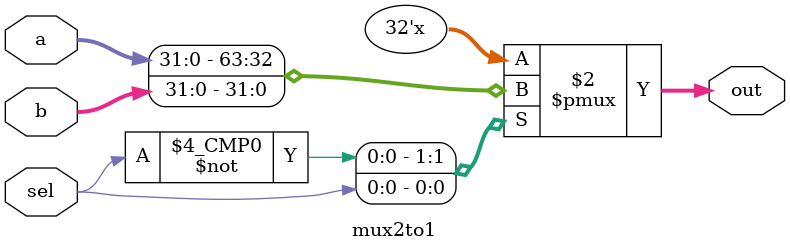
<source format=v>
module mux2to1 (
    input [31:0] a, b,
    input sel,
    output reg [31:0] out
);
    always@(*) begin
        case(sel)
            1'b0: out = a;
            1'b1: out = b;
        endcase
    end
endmodule
</source>
